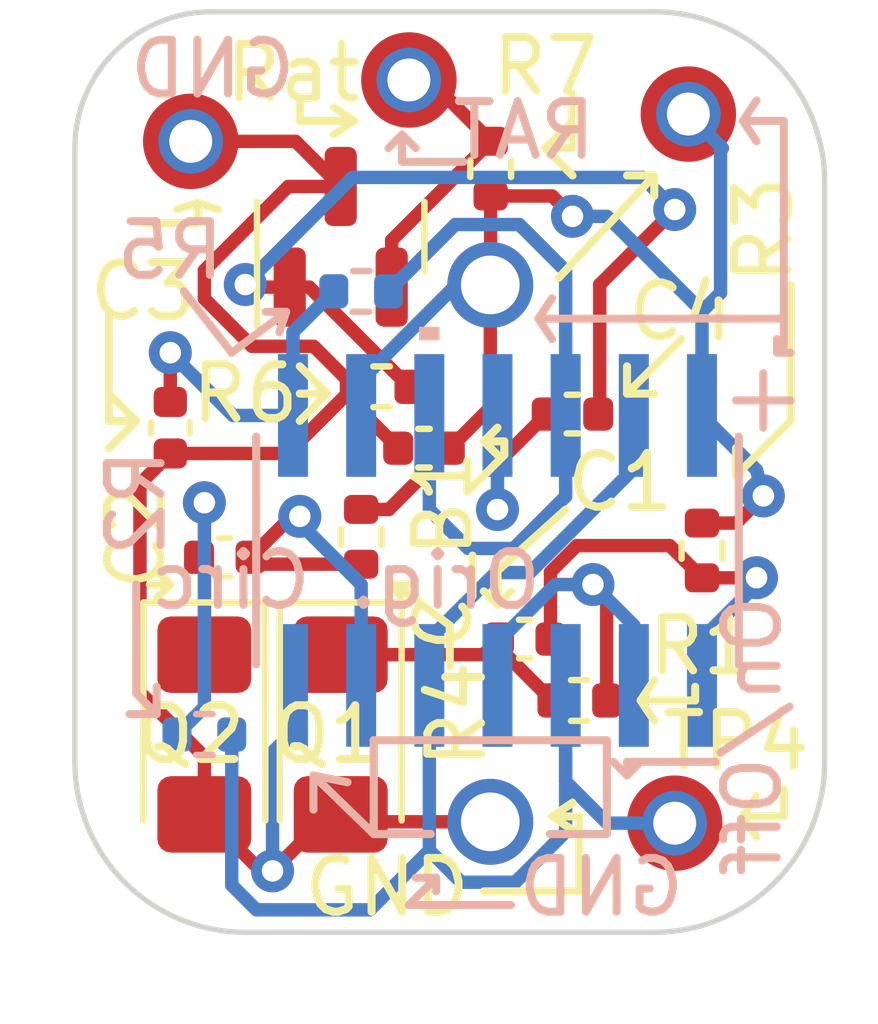
<source format=kicad_pcb>
(kicad_pcb (version 20221018) (generator pcbnew)
  (layers (0 "F.Cu" signal) (31 "B.Cu" signal) (34 "B.Paste" user) (35 "F.Paste" user) (36 "B.SilkS" user "B.Silkscreen") (37 "F.SilkS" user "F.Silkscreen") (38 "B.Mask" user) (39 "F.Mask" user) (44 "Edge.Cuts" user))
  (net 0 "")
  (net 1 "Net-(Q1-C)")
  (net 2 "Net-(C1-Pad2)")
  (net 3 "Net-(C2-Pad2)")
  (net 4 "0")
  (net 5 "Net-(C3-Pad2)")
  (net 6 "Net-(C4-Pad1)")
  (net 7 "Net-(Q3-B)")
  (net 8 "Net-(Q3-C)")
  (net 9 "Net-(R1-Pad1)")
  (net 10 "Net-(R2-Pad2)")
  (net 11 "+3.3V")
  (net 12 "Net-(R5-Pad2)")
  (net 13 "Net-(Q2-C)")
  (footprint "Library:My_Mounting_Hole_V1" (layer "F.Cu") (at 151.384 91.313)
    (fp_text reference "TP3" hide)
    (fp_text value "TestPoint")
    (pad "1" thru_hole circle (at 0 0) (size 1.2 1.2) (drill 0.8) (layers "*.Cu" "*.Mask") (net 4 "0"))
    (pad "1" connect circle (at 0 0) (size 1.2 1.2) (layers "B.Cu" "B.Mask") (net 4 "0"))
    (pad "1" connect circle (at 0 0) (size 1.778 1.778) (layers "F.Cu" "F.Mask") (net 4 "0"))
  )
  (footprint "Library:My_Mounting_Hole_V1" (layer "F.Cu") (at 160.401 104.013)
    (fp_text reference "TP4" (at 1.143 -1.524 180) (layer "F.SilkS"))
    (fp_text value "TestPoint")
    (pad "1" thru_hole circle (at 0 0) (size 1.2 1.2) (drill 0.8) (layers "*.Cu" "*.Mask") (net 10 "Net-(R2-Pad2)"))
    (pad "1" connect circle (at 0 0) (size 1.2 1.2) (layers "B.Cu" "B.Mask") (net 10 "Net-(R2-Pad2)"))
    (pad "1" connect circle (at 0 0) (size 1.778 1.778) (layers "F.Cu" "F.Mask") (net 10 "Net-(R2-Pad2)"))
  )
  (footprint "Package_TO_SOT_SMD:SOT-23" (layer "F.Cu") (at 154.178 93.091 90)
    (fp_text reference "Q3" hide)
    (fp_text value "Q_NPN_BCE")
    (fp_line (start 0 -1.56) (end -1.675 -1.56) (stroke (width 0.12)) (layer "F.SilkS"))
    (fp_line (start 0 -1.56) (end 0.65 -1.56) (stroke (width 0.12)) (layer "F.SilkS"))
    (fp_line (start 0 1.56) (end -0.65 1.56) (stroke (width 0.12)) (layer "F.SilkS"))
    (fp_line (start 0 1.56) (end 0.65 1.56) (stroke (width 0.12)) (layer "F.SilkS"))
    (pad "1" smd roundrect (at -0.9375 -0.95 90) (size 1.475 0.6) (layers "F.Cu" "F.Paste" "F.Mask") (net 7 "Net-(Q3-B)"))
    (pad "2" smd roundrect (at -0.9375 0.95 90) (size 1.475 0.6) (layers "F.Cu" "F.Paste" "F.Mask") (net 8 "Net-(Q3-C)"))
    (pad "3" smd roundrect (at 0.9375 0 90) (size 1.475 0.6) (layers "F.Cu" "F.Paste" "F.Mask") (net 4 "0"))
  )
  (footprint "Diode_SMD:D_1206_3216Metric_Pad1.42x1.75mm_HandSolder" (layer "F.Cu") (at 154.178 102.362 -90)
    (fp_text reference "Q1" (at 0 0.254 -180) (layer "F.SilkS"))
    (fp_text value "Q_Photo_NPN")
    (fp_line (start -2.46 -1.135) (end -2.46 1.135) (stroke (width 0.12)) (layer "F.SilkS"))
    (fp_line (start -2.46 1.135) (end 1.6 1.135) (stroke (width 0.12)) (layer "F.SilkS"))
    (fp_line (start 1.6 -1.135) (end -2.46 -1.135) (stroke (width 0.12)) (layer "F.SilkS"))
    (pad "1" smd roundrect (at -1.4875 0 270) (size 1.425 1.75) (layers "F.Cu" "F.Paste" "F.Mask") (roundrect_rratio 0.1754392982) (net 1 "Net-(Q1-C)"))
    (pad "2" smd roundrect (at 1.4875 0 270) (size 1.425 1.75) (layers "F.Cu" "F.Paste" "F.Mask") (roundrect_rratio 0.1754392982) (net 4 "0"))
  )
  (footprint "Library:My_Mounting_Hole_V1" (layer "F.Cu") (at 155.448 90.17)
    (fp_text reference "Rat" (at -2.159 -0.127) (layer "F.SilkS"))
    (fp_text value "TestPoint")
    (pad "1" thru_hole circle (at 0 0) (size 1.2 1.2) (drill 0.8) (layers "*.Cu" "*.Mask") (net 8 "Net-(Q3-C)"))
    (pad "1" connect circle (at 0 0) (size 1.2 1.2) (layers "B.Cu" "B.Mask") (net 8 "Net-(Q3-C)"))
    (pad "1" connect circle (at 0 0) (size 1.778 1.778) (layers "F.Cu" "F.Mask") (net 8 "Net-(Q3-C)"))
  )
  (footprint "Capacitor_SMD:C_0402_1005Metric" (layer "F.Cu") (at 151.003 96.647 90)
    (fp_text reference "C3" (at 2.54 -0.508 180) (layer "F.SilkS"))
    (fp_text value "1u")
    (fp_line (start -0.107836 -0.36) (end 0.107836 -0.36) (stroke (width 0.12)) (layer "F.SilkS"))
    (fp_line (start -0.107836 0.36) (end 0.107836 0.36) (stroke (width 0.12)) (layer "F.SilkS"))
    (pad "1" smd roundrect (at -0.48 0 90) (size 0.56 0.62) (layers "F.Cu" "F.Paste" "F.Mask") (net 4 "0"))
    (pad "2" smd roundrect (at 0.48 0 90) (size 0.56 0.62) (layers "F.Cu" "F.Paste" "F.Mask") (net 5 "Net-(C3-Pad2)"))
  )
  (footprint "Diode_SMD:D_1206_3216Metric_Pad1.42x1.75mm_HandSolder" (layer "F.Cu") (at 151.638 102.362 -90)
    (fp_text reference "Q2" (at 0 0.254 -180) (layer "F.SilkS"))
    (fp_text value "Q_Photo_NPN")
    (fp_line (start -2.46 -1.135) (end -2.46 1.135) (stroke (width 0.12)) (layer "F.SilkS"))
    (fp_line (start -2.46 1.135) (end 1.6 1.135) (stroke (width 0.12)) (layer "F.SilkS"))
    (fp_line (start 1.6 -1.135) (end -2.46 -1.135) (stroke (width 0.12)) (layer "F.SilkS"))
    (pad "1" smd roundrect (at -1.4875 0 270) (size 1.425 1.75) (layers "F.Cu" "F.Paste" "F.Mask") (roundrect_rratio 0.1754392982) (net 13 "Net-(Q2-C)"))
    (pad "2" smd roundrect (at 1.4875 0 270) (size 1.425 1.75) (layers "F.Cu" "F.Paste" "F.Mask") (roundrect_rratio 0.1754392982) (net 4 "0"))
  )
  (footprint "Capacitor_SMD:C_0402_1005Metric" (layer "F.Cu") (at 158.496 96.393)
    (fp_text reference "C4" (at 2.032 -1.905) (layer "F.SilkS"))
    (fp_text value "10n")
    (fp_line (start -0.107836 -0.36) (end 0.107836 -0.36) (stroke (width 0.12)) (layer "F.SilkS"))
    (fp_line (start -0.107836 0.36) (end 0.107836 0.36) (stroke (width 0.12)) (layer "F.SilkS"))
    (pad "1" smd roundrect (at -0.48 0) (size 0.56 0.62) (layers "F.Cu" "F.Paste" "F.Mask") (net 6 "Net-(C4-Pad1)"))
    (pad "2" smd roundrect (at 0.48 0) (size 0.56 0.62) (layers "F.Cu" "F.Paste" "F.Mask") (net 7 "Net-(Q3-B)"))
  )
  (footprint "Resistor_SMD:R_0402_1005Metric" (layer "F.Cu") (at 154.94 95.885 180)
    (fp_text reference "R6" (at 2.54 -0.127) (layer "F.SilkS"))
    (fp_text value "330k")
    (fp_line (start -0.153641 -0.38) (end 0.153641 -0.38) (stroke (width 0.12)) (layer "F.SilkS"))
    (fp_line (start -0.153641 0.38) (end 0.153641 0.38) (stroke (width 0.12)) (layer "F.SilkS"))
    (pad "1" smd roundrect (at -0.51 0 180) (size 0.54 0.64) (layers "F.Cu" "F.Paste" "F.Mask") (net 7 "Net-(Q3-B)"))
    (pad "2" smd roundrect (at 0.51 0 180) (size 0.54 0.64) (layers "F.Cu" "F.Paste" "F.Mask") (net 4 "0"))
  )
  (footprint "Library:My_Mounting_Hole_V1" (layer "F.Cu") (at 160.655 90.805)
    (fp_text reference "TP1" hide)
    (fp_text value "TestPoint")
    (pad "1" thru_hole circle (at 0 0) (size 1.2 1.2) (drill 0.8) (layers "*.Cu" "*.Mask") (net 11 "+3.3V"))
    (pad "1" connect circle (at 0 0) (size 1.2 1.2) (layers "B.Cu" "B.Mask") (net 11 "+3.3V"))
    (pad "1" connect circle (at 0 0) (size 1.778 1.778) (layers "F.Cu" "F.Mask") (net 11 "+3.3V"))
  )
  (footprint "Resistor_SMD:R_0402_1005Metric" (layer "F.Cu") (at 158.623 101.727 180)
    (fp_text reference "R1" (at -2.286 1.016) (layer "F.SilkS"))
    (fp_text value "82k")
    (fp_line (start -0.153641 -0.38) (end 0.153641 -0.38) (stroke (width 0.12)) (layer "F.SilkS"))
    (fp_line (start -0.153641 0.38) (end 0.153641 0.38) (stroke (width 0.12)) (layer "F.SilkS"))
    (pad "1" smd roundrect (at -0.51 0 180) (size 0.54 0.64) (layers "F.Cu" "F.Paste" "F.Mask") (net 9 "Net-(R1-Pad1)"))
    (pad "2" smd roundrect (at 0.51 0 180) (size 0.54 0.64) (layers "F.Cu" "F.Paste" "F.Mask") (net 1 "Net-(Q1-C)"))
  )
  (footprint "Resistor_SMD:R_0402_1005Metric" (layer "F.Cu") (at 154.559 98.679 -90)
    (fp_text reference "R4" (at 3.302 -1.778 90) (layer "F.SilkS"))
    (fp_text value "2.2M")
    (fp_line (start -0.153641 -0.38) (end 0.153641 -0.38) (stroke (width 0.12)) (layer "F.SilkS"))
    (fp_line (start -0.153641 0.38) (end 0.153641 0.38) (stroke (width 0.12)) (layer "F.SilkS"))
    (pad "1" smd roundrect (at -0.51 0 270) (size 0.54 0.64) (layers "F.Cu" "F.Paste" "F.Mask") (net 11 "+3.3V"))
    (pad "2" smd roundrect (at 0.51 0 270) (size 0.54 0.64) (layers "F.Cu" "F.Paste" "F.Mask") (net 3 "Net-(C2-Pad2)"))
  )
  (footprint "Capacitor_SMD:C_0402_1005Metric" (layer "F.Cu") (at 152.019 99.06)
    (fp_text reference "C2" (at -1.651 -0.381 90) (layer "F.SilkS"))
    (fp_text value "100p")
    (fp_line (start -0.107836 -0.36) (end 0.107836 -0.36) (stroke (width 0.12)) (layer "F.SilkS"))
    (fp_line (start -0.107836 0.36) (end 0.107836 0.36) (stroke (width 0.12)) (layer "F.SilkS"))
    (pad "1" smd roundrect (at -0.48 0) (size 0.56 0.62) (layers "F.Cu" "F.Paste" "F.Mask") (net 13 "Net-(Q2-C)"))
    (pad "2" smd roundrect (at 0.48 0) (size 0.56 0.62) (layers "F.Cu" "F.Paste" "F.Mask") (net 3 "Net-(C2-Pad2)"))
  )
  (footprint "Capacitor_SMD:C_0402_1005Metric" (layer "F.Cu") (at 155.73 97.028 180)
    (fp_text reference "C_B1" (at -0.353 -1.905 90) (layer "F.SilkS"))
    (fp_text value "0.1uF")
    (fp_line (start -0.107836 -0.36) (end 0.107836 -0.36) (stroke (width 0.12)) (layer "F.SilkS"))
    (fp_line (start -0.107836 0.36) (end 0.107836 0.36) (stroke (width 0.12)) (layer "F.SilkS"))
    (pad "1" smd roundrect (at -0.48 0 180) (size 0.56 0.62) (layers "F.Cu" "F.Paste" "F.Mask") (net 11 "+3.3V"))
    (pad "2" smd roundrect (at 0.48 0 180) (size 0.56 0.62) (layers "F.Cu" "F.Paste" "F.Mask") (net 4 "0"))
  )
  (footprint "Resistor_SMD:R_0402_1005Metric" (layer "F.Cu") (at 156.972 91.821 90)
    (fp_text reference "R7" (at 1.905 1.016 180) (layer "F.SilkS"))
    (fp_text value "33k")
    (fp_line (start -0.153641 -0.38) (end 0.153641 -0.38) (stroke (width 0.12)) (layer "F.SilkS"))
    (fp_line (start -0.153641 0.38) (end 0.153641 0.38) (stroke (width 0.12)) (layer "F.SilkS"))
    (pad "1" smd roundrect (at -0.51 0 90) (size 0.54 0.64) (layers "F.Cu" "F.Paste" "F.Mask") (net 11 "+3.3V"))
    (pad "2" smd roundrect (at 0.51 0 90) (size 0.54 0.64) (layers "F.Cu" "F.Paste" "F.Mask") (net 8 "Net-(Q3-C)"))
  )
  (footprint "Capacitor_SMD:C_0402_1005Metric" (layer "F.Cu") (at 157.607 100.584)
    (fp_text reference "C1" (at 1.778 -2.921) (layer "F.SilkS"))
    (fp_text value "100p")
    (fp_line (start -0.107836 -0.36) (end 0.107836 -0.36) (stroke (width 0.12)) (layer "F.SilkS"))
    (fp_line (start -0.107836 0.36) (end 0.107836 0.36) (stroke (width 0.12)) (layer "F.SilkS"))
    (pad "1" smd roundrect (at -0.48 0) (size 0.56 0.62) (layers "F.Cu" "F.Paste" "F.Mask") (net 1 "Net-(Q1-C)"))
    (pad "2" smd roundrect (at 0.48 0) (size 0.56 0.62) (layers "F.Cu" "F.Paste" "F.Mask") (net 2 "Net-(C1-Pad2)"))
  )
  (footprint "Resistor_SMD:R_0402_1005Metric" (layer "F.Cu") (at 160.909 98.933 90)
    (fp_text reference "R3" (at 5.969 1.143 90) (layer "F.SilkS"))
    (fp_text value "2.2M")
    (fp_line (start -0.153641 -0.38) (end 0.153641 -0.38) (stroke (width 0.12)) (layer "F.SilkS"))
    (fp_line (start -0.153641 0.38) (end 0.153641 0.38) (stroke (width 0.12)) (layer "F.SilkS"))
    (pad "1" smd roundrect (at -0.51 0 90) (size 0.54 0.64) (layers "F.Cu" "F.Paste" "F.Mask") (net 2 "Net-(C1-Pad2)"))
    (pad "2" smd roundrect (at 0.51 0 90) (size 0.54 0.64) (layers "F.Cu" "F.Paste" "F.Mask") (net 11 "+3.3V"))
  )
  (footprint "Library:FES_Batt_BR1225A&slash_HBN_PAN" (layer "B.Cu") (at 156.965 93.987595 180)
    (fp_text reference "BT1" hide)
    (fp_text value "Battery_Cell")
    (fp_line (start -2.1717 -10.227005) (end -1.109863 -10.227005) (stroke (width 0.1524)) (layer "B.SilkS"))
    (fp_line (start -2.1717 -8.479827) (end -2.1717 -10.227005) (stroke (width 0.1524)) (layer "B.SilkS"))
    (fp_line (start 1.109863 -10.227005) (end 2.1717 -10.227005) (stroke (width 0.1524)) (layer "B.SilkS"))
    (fp_line (start 2.1717 -10.227005) (end 2.1717 -8.479827) (stroke (width 0.1524)) (layer "B.SilkS"))
    (pad "1" thru_hole circle (at 0 0 180) (size 1.6002 1.6002) (drill 1.0922) (layers "*.Cu" "*.Mask") (net 11 "+3.3V"))
    (pad "2" thru_hole circle (at 0 -10 180) (size 1.6002 1.6002) (drill 1.0922) (layers "*.Cu" "*.Mask") (net 4 "0"))
  )
  (footprint "Library:CD4093" (layer "B.Cu") (at 157.099 98.933 90)
    (fp_text reference "U1" hide)
    (fp_text value "HEF4093B")
    (fp_line (start -2.1209 -4.4958) (end 2.1209 -4.4958) (stroke (width 0.1524)) (layer "B.SilkS"))
    (fp_line (start 2.1209 4.4958) (end -2.1209 4.4958) (stroke (width 0.1524)) (layer "B.SilkS"))
    (fp_poly (pts (xy 4.1656 -1.0795) (xy 4.1656 -1.4605) (xy 3.9116 -1.4605) (xy 3.9116 -1.0795)) (fill solid) (layer "B.SilkS"))
    (pad "1" smd rect (at -2.5146 3.81 90) (size 2.286 0.5588) (layers "B.Cu" "B.Paste" "B.Mask") (net 2 "Net-(C1-Pad2)"))
    (pad "2" smd rect (at -2.5146 2.54 90) (size 2.286 0.5588) (layers "B.Cu" "B.Paste" "B.Mask") (net 9 "Net-(R1-Pad1)"))
    (pad "3" smd rect (at -2.5146 1.27 90) (size 2.286 0.5588) (layers "B.Cu" "B.Paste" "B.Mask") (net 10 "Net-(R2-Pad2)"))
    (pad "4" smd rect (at -2.5146 0 90) (size 2.286 0.5588) (layers "B.Cu" "B.Paste" "B.Mask") (net 9 "Net-(R1-Pad1)"))
    (pad "5" smd rect (at -2.5146 -1.27 90) (size 2.286 0.5588) (layers "B.Cu" "B.Paste" "B.Mask") (net 10 "Net-(R2-Pad2)"))
    (pad "6" smd rect (at -2.5146 -2.54 90) (size 2.286 0.5588) (layers "B.Cu" "B.Paste" "B.Mask") (net 3 "Net-(C2-Pad2)"))
    (pad "7" smd rect (at -2.5146 -3.81 90) (size 2.286 0.5588) (layers "B.Cu" "B.Paste" "B.Mask") (net 4 "0"))
    (pad "8" smd rect (at 2.5146 -3.81 90) (size 2.286 0.5588) (layers "B.Cu" "B.Paste" "B.Mask") (net 5 "Net-(C3-Pad2)"))
    (pad "9" smd rect (at 2.5146 -2.54 90) (size 2.286 0.5588) (layers "B.Cu" "B.Paste" "B.Mask") (net 11 "+3.3V"))
    (pad "10" smd rect (at 2.5146 -1.27 90) (size 2.286 0.5588) (layers "B.Cu" "B.Paste" "B.Mask") (net 12 "Net-(R5-Pad2)"))
    (pad "11" smd rect (at 2.5146 0 90) (size 2.286 0.5588) (layers "B.Cu" "B.Paste" "B.Mask") (net 6 "Net-(C4-Pad1)"))
    (pad "12" smd rect (at 2.5146 1.27 90) (size 2.286 0.5588) (layers "B.Cu" "B.Paste" "B.Mask") (net 12 "Net-(R5-Pad2)"))
    (pad "13" smd rect (at 2.5146 2.54 90) (size 2.286 0.5588) (layers "B.Cu" "B.Paste" "B.Mask") (net 10 "Net-(R2-Pad2)"))
    (pad "14" smd rect (at 2.5146 3.81 90) (size 2.286 0.5588) (layers "B.Cu" "B.Paste" "B.Mask") (net 11 "+3.3V"))
  )
  (footprint "Resistor_SMD:R_0402_1005Metric" (layer "B.Cu") (at 154.559 94.107)
    (fp_text reference "R5" (at -3.556 -0.762 -360) (layer "B.SilkS") (effects (justify mirror)))
    (fp_text value "180k")
    (fp_line (start -0.153641 -0.38) (end 0.153641 -0.38) (stroke (width 0.12)) (layer "B.SilkS"))
    (fp_line (start -0.153641 0.38) (end 0.153641 0.38) (stroke (width 0.12)) (layer "B.SilkS"))
    (pad "1" smd roundrect (at -0.51 0) (size 0.54 0.64) (layers "B.Cu" "B.Paste" "B.Mask") (net 5 "Net-(C3-Pad2)"))
    (pad "2" smd roundrect (at 0.51 0) (size 0.54 0.64) (layers "B.Cu" "B.Paste" "B.Mask") (net 12 "Net-(R5-Pad2)"))
  )
  (footprint "Resistor_SMD:R_0402_1005Metric" (layer "B.Cu") (at 151.638 102.362)
    (fp_text reference "R2" (at -1.27 -4.318 90) (layer "B.SilkS") (effects (justify mirror)))
    (fp_text value "82k")
    (fp_line (start -0.153641 -0.38) (end 0.153641 -0.38) (stroke (width 0.12)) (layer "B.SilkS"))
    (fp_line (start -0.153641 0.38) (end 0.153641 0.38) (stroke (width 0.12)) (layer "B.SilkS"))
    (pad "1" smd roundrect (at -0.51 0) (size 0.54 0.64) (layers "B.Cu" "B.Paste" "B.Mask") (net 13 "Net-(Q2-C)"))
    (pad "2" smd roundrect (at 0.51 0) (size 0.54 0.64) (layers "B.Cu" "B.Paste" "B.Mask") (net 10 "Net-(R2-Pad2)"))
  )
  (gr_line (start 154.7933 104.2146) (end 153.67 103.124) (stroke (width 0.15)) (layer "B.SilkS"))
  (gr_line (start 155.321 91.44) (end 155.321 91.694) (stroke (width 0.15)) (layer "B.SilkS"))
  (gr_line (start 155.321 91.186) (end 155.575 91.44) (stroke (width 0.15)) (layer "B.SilkS"))
  (gr_line (start 157.861 94.615) (end 161.544 94.615) (stroke (width 0.15)) (layer "B.SilkS"))
  (gr_line (start 161.544 96.139) (end 162.56 96.139) (stroke (width 0.15)) (layer "B.SilkS"))
  (gr_line (start 153.162 94.488) (end 153.035 94.869) (stroke (width 0.15)) (layer "B.SilkS"))
  (gr_line (start 162.433 94.615) (end 162.433 95.123) (stroke (width 0.15)) (layer "B.SilkS"))
  (gr_line (start 157.861 94.615) (end 158.115 94.996) (stroke (width 0.15)) (layer "B.SilkS"))
  (gr_line (start 150.749 101.981) (end 150.749 101.473) (stroke (width 0.15)) (layer "B.SilkS"))
  (gr_line (start 162.433 95.123) (end 162.306 95.25) (stroke (width 0.15)) (layer "B.SilkS"))
  (gr_line (start 159.512 102.997) (end 159.512 103.124) (stroke (width 0.15)) (layer "B.SilkS"))
  (gr_line (start 162.433 90.932) (end 161.671 90.932) (stroke (width 0.15)) (layer "B.SilkS"))
  (gr_line (start 150.368 101.6) (end 150.749 101.981) (stroke (width 0.15)) (layer "B.SilkS"))
  (gr_line (start 151.257 94.107) (end 152.146 95.25) (stroke (width 0.15)) (layer "B.SilkS"))
  (gr_line (start 155.321 91.44) (end 155.321 91.186) (stroke (width 0.15)) (layer "B.SilkS"))
  (gr_line (start 157.861 94.615) (end 158.115 94.234) (stroke (width 0.15)) (layer "B.SilkS"))
  (gr_line (start 155.448 105.537) (end 155.956 105.029) (stroke (width 0.15)) (layer "B.SilkS"))
  (gr_line (start 155.956 105.029) (end 155.575 105.029) (stroke (width 0.15)) (layer "B.SilkS"))
  (gr_line (start 153.67 103.124) (end 154.305 103.251) (stroke (width 0.15)) (layer "B.SilkS"))
  (gr_line (start 162.306 95.25) (end 162.306 94.996) (stroke (width 0.15)) (layer "B.SilkS"))
  (gr_line (start 162.433 94.615) (end 162.433 90.932) (stroke (width 0.15)) (layer "B.SilkS"))
  (gr_line (start 161.544 94.615) (end 162.433 94.615) (stroke (width 0.15)) (layer "B.SilkS"))
  (gr_line (start 155.321 91.694) (end 156.464 91.694) (stroke (width 0.15)) (layer "B.SilkS"))
  (gr_line (start 161.671 90.932) (end 161.925 91.313) (stroke (width 0.15)) (layer "B.SilkS"))
  (gr_line (start 157.353 105.537) (end 155.448 105.537) (stroke (width 0.15)) (layer "B.SilkS"))
  (gr_line (start 162.052 95.631) (end 162.052 96.647) (stroke (width 0.15)) (layer "B.SilkS"))
  (gr_line (start 152.146 95.25) (end 153.162 94.488) (stroke (width 0.15)) (layer "B.SilkS"))
  (gr_line (start 159.512 103.124) (end 159.766 102.87) (stroke (width 0.15)) (layer "B.SilkS"))
  (gr_line (start 150.368 100.711) (end 150.368 101.6) (stroke (width 0.15)) (layer "B.SilkS"))
  (gr_line (start 162.306 95.25) (end 162.56 95.25) (stroke (width 0.15)) (layer "B.SilkS"))
  (gr_line (start 159.512 102.87) (end 161.163 102.87) (stroke (width 0.15)) (layer "B.SilkS"))
  (gr_line (start 159.512 103.124) (end 159.258 102.87) (stroke (width 0.15)) (layer "B.SilkS"))
  (gr_line (start 153.67 103.124) (end 153.67 103.759) (stroke (width 0.15)) (layer "B.SilkS"))
  (gr_line (start 154.7933 102.467422) (end 159.1367 102.467422) (stroke (width 0.15)) (layer "B.SilkS"))
  (gr_line (start 150.749 101.981) (end 150.241 101.981) (stroke (width 0.15)) (layer "B.SilkS"))
  (gr_line (start 161.671 90.932) (end 161.925 90.551) (stroke (width 0.15)) (layer "B.SilkS"))
  (gr_line (start 155.956 105.029) (end 155.956 105.283) (stroke (width 0.15)) (layer "B.SilkS"))
  (gr_line (start 155.321 91.186) (end 155.067 91.44) (stroke (width 0.15)) (layer "B.SilkS"))
  (gr_line (start 153.162 94.488) (end 152.781 94.488) (stroke (width 0.15)) (layer "B.SilkS"))
  (gr_line (start 150.368 100.711) (end 150.368 99.568) (stroke (width 0.15)) (layer "B.SilkS"))
  (gr_line (start 159.512 102.997) (end 159.512 102.87) (stroke (width 0.15)) (layer "B.SilkS"))
  (gr_line (start 156.21 101.092) (end 156.21 100.33) (stroke (width 0.15)) (layer "F.SilkS"))
  (gr_line (start 156.21 100.33) (end 155.194 99.568) (stroke (width 0.15)) (layer "F.SilkS"))
  (gr_line (start 150.622 99.568) (end 151.003 99.568) (stroke (width 0.15)) (layer "F.SilkS"))
  (gr_line (start 153.416 90.551) (end 153.416 90.932) (stroke (width 0.15)) (layer "F.SilkS"))
  (gr_line (start 157.099 99.949) (end 156.845 99.695) (stroke (width 0.15)) (layer "F.SilkS"))
  (gr_line (start 158.242 93.853) (end 160.02 91.948) (stroke (width 0.15)) (layer "F.SilkS"))
  (gr_line (start 159.512 96.012) (end 159.512 95.504) (stroke (width 0.15)) (layer "F.SilkS"))
  (gr_line (start 160.782 101.473) (end 160.782 101.727) (stroke (width 0.15)) (layer "F.SilkS"))
  (gr_line (start 151.511 92.837) (end 151.511 92.456) (stroke (width 0.15)) (layer "F.SilkS"))
  (gr_line (start 157.226 97.155) (end 157.226 96.901) (stroke (width 0.15)) (layer "F.SilkS"))
  (gr_line (start 162.56 93.98) (end 162.56 96.52) (stroke (width 0.15)) (layer "F.SilkS"))
  (gr_line (start 158.496 90.424) (end 158.496 91.44) (stroke (width 0.15)) (layer "F.SilkS"))
  (gr_line (start 151.003 99.568) (end 150.749 99.822) (stroke (width 0.15)) (layer "F.SilkS"))
  (gr_line (start 158.115 103.886) (end 158.496 104.14) (stroke (width 0.15)) (layer "F.SilkS"))
  (gr_line (start 156.845 96.901) (end 157.099 96.647) (stroke (width 0.15)) (layer "F.SilkS"))
  (gr_line (start 157.988 91.44) (end 158.496 90.932) (stroke (width 0.15)) (layer "F.SilkS"))
  (gr_line (start 153.924 96.012) (end 153.416 96.52) (stroke (width 0.15)) (layer "F.SilkS"))
  (gr_line (start 161.671 103.886) (end 161.925 104.267) (stroke (width 0.15)) (layer "F.SilkS"))
  (gr_line (start 150.495 92.837) (end 151.511 92.837) (stroke (width 0.15)) (layer "F.SilkS"))
  (gr_line (start 151.003 99.568) (end 150.749 99.314) (stroke (width 0.15)) (layer "F.SilkS"))
  (gr_line (start 158.623 105.283) (end 158.623 103.886) (stroke (width 0.15)) (layer "F.SilkS"))
  (gr_line (start 158.115 103.886) (end 158.496 103.632) (stroke (width 0.15)) (layer "F.SilkS"))
  (gr_line (start 155.194 99.568) (end 155.313 99.902) (stroke (width 0.15)) (layer "F.SilkS"))
  (gr_line (start 150.368 96.52) (end 149.86 96.012) (stroke (width 0.15)) (layer "F.SilkS"))
  (gr_line (start 162.433 103.886) (end 161.671 103.886) (stroke (width 0.15)) (layer "F.SilkS"))
  (gr_line (start 162.56 96.52) (end 161.544 97.536) (stroke (width 0.15)) (layer "F.SilkS"))
  (gr_line (start 159.766 101.727) (end 160.02 102.108) (stroke (width 0.15)) (layer "F.SilkS"))
  (gr_line (start 159.512 96.012) (end 160.02 96.012) (stroke (width 0.15)) (layer "F.SilkS"))
  (gr_line (start 158.496 91.44) (end 157.988 91.44) (stroke (width 0.15)) (layer "F.SilkS"))
  (gr_line (start 153.924 96.012) (end 153.416 95.504) (stroke (width 0.15)) (layer "F.SilkS"))
  (gr_line (start 160.02 91.948) (end 160.02 92.329) (stroke (width 0.15)) (layer "F.SilkS"))
  (gr_line (start 161.671 103.886) (end 161.925 103.505) (stroke (width 0.15)) (layer "F.SilkS"))
  (gr_line (start 158.623 103.886) (end 158.115 103.886) (stroke (width 0.15)) (layer "F.SilkS"))
  (gr_line (start 155.194 99.568) (end 155.448 99.568) (stroke (width 0.15)) (layer "F.SilkS"))
  (gr_line (start 160.782 101.727) (end 159.766 101.727) (stroke (width 0.15)) (layer "F.SilkS"))
  (gr_line (start 156.845 105.283) (end 158.623 105.283) (stroke (width 0.15)) (layer "F.SilkS"))
  (gr_line (start 160.02 91.948) (end 159.512 91.948) (stroke (width 0.15)) (layer "F.SilkS"))
  (gr_line (start 151.511 92.456) (end 151.892 92.583) (stroke (width 0.15)) (layer "F.SilkS"))
  (gr_line (start 159.766 101.727) (end 160.02 101.346) (stroke (width 0.15)) (layer "F.SilkS"))
  (gr_line (start 156.845 96.901) (end 157.099 97.155) (stroke (width 0.15)) (layer "F.SilkS"))
  (gr_line (start 162.433 103.378) (end 162.433 103.886) (stroke (width 0.15)) (layer "F.SilkS"))
  (gr_line (start 153.416 96.012) (end 153.924 96.012) (stroke (width 0.15)) (layer "F.SilkS"))
  (gr_line (start 157.099 99.314) (end 157.099 99.949) (stroke (width 0.15)) (layer "F.SilkS"))
  (gr_line (start 157.226 96.901) (end 156.845 96.901) (stroke (width 0.15)) (layer "F.SilkS"))
  (gr_line (start 156.591 97.79) (end 157.226 97.155) (stroke (width 0.15)) (layer "F.SilkS"))
  (gr_line (start 154.432 90.932) (end 154.051 90.678) (stroke (width 0.15)) (layer "F.SilkS"))
  (gr_line (start 150.368 96.52) (end 149.86 97.028) (stroke (width 0.15)) (layer "F.SilkS"))
  (gr_line (start 161.544 97.536) (end 161.544 97.028) (stroke (width 0.15)) (layer "F.SilkS"))
  (gr_line (start 149.86 96.52) (end 150.368 96.52) (stroke (width 0.15)) (layer "F.SilkS"))
  (gr_line (start 149.86 94.488) (end 149.86 96.52) (stroke (width 0.15)) (layer "F.SilkS"))
  (gr_line (start 153.416 90.932) (end 154.432 90.932) (stroke (width 0.15)) (layer "F.SilkS"))
  (gr_line (start 158.369 98.171) (end 157.099 99.314) (stroke (width 0.15)) (layer "F.SilkS"))
  (gr_line (start 154.432 90.932) (end 154.051 91.186) (stroke (width 0.15)) (layer "F.SilkS"))
  (gr_line (start 157.099 99.949) (end 157.353 99.695) (stroke (width 0.15)) (layer "F.SilkS"))
  (gr_line (start 160.528 94.996) (end 159.512 96.012) (stroke (width 0.15)) (layer "F.SilkS"))
  (gr_line (start 157.988 91.44) (end 158.496 91.948) (stroke (width 0.15)) (layer "F.SilkS"))
  (gr_line (start 151.511 92.456) (end 151.13 92.583) (stroke (width 0.15)) (layer "F.SilkS"))
  (gr_line (start 163.195 92.075) (end 163.195 102.87) (stroke (width 0.1)) (layer "Edge.Cuts"))
  (gr_line (start 152.4 106.045) (end 160.02 106.045) (stroke (width 0.1)) (layer "Edge.Cuts"))
  (gr_arc (start 160.02 88.9) (mid 162.265064 89.829936) (end 163.195 92.075) (stroke (width 0.1)) (layer "Edge.Cuts"))
  (gr_arc (start 152.4 106.045) (mid 150.154936 105.115064) (end 149.225 102.87) (stroke (width 0.1)) (layer "Edge.Cuts"))
  (gr_line (start 160.02 88.9) (end 151.765 88.9) (stroke (width 0.1)) (layer "Edge.Cuts"))
  (gr_line (start 149.225 91.44) (end 149.225 102.87) (stroke (width 0.1)) (layer "Edge.Cuts"))
  (gr_arc (start 149.225 91.44) (mid 149.968949 89.643949) (end 151.765 88.9) (stroke (width 0.1)) (layer "Edge.Cuts"))
  (gr_arc (start 163.195 102.87) (mid 162.265064 105.115064) (end 160.02 106.045) (stroke (width 0.1)) (layer "Edge.Cuts"))
  (gr_text "Orig. Circ" (at 157.988 100.076) (layer "B.SilkS") (effects (font (size 1 1)) (justify left bottom mirror)))
  (gr_text "GND" (at 160.655 105.791) (layer "B.SilkS") (effects (font (size 1 1)) (justify left bottom mirror)))
  (gr_text "RAT" (at 159.004 91.694) (layer "B.SilkS") (effects (font (size 1 1)) (justify left bottom mirror)))
  (gr_text "On/Off" (at 162.433 99.695 90) (layer "B.SilkS") (effects (font (size 1 1)) (justify left bottom mirror)))
  (gr_text "GND" (at 153.416 90.551) (layer "B.SilkS") (effects (font (size 1 1)) (justify left bottom mirror)))
  (gr_text "GND" (at 153.416 105.791) (layer "F.SilkS") (effects (font (size 1 1)) (justify left bottom)))
  (segment (start 154.178 100.8745) (end 156.8365 100.8745) (width 0.25) (layer "F.Cu") (net 1))
  (segment (start 156.8365 100.8745) (end 157.127 100.584) (width 0.25) (layer "F.Cu") (net 1))
  (segment (start 158.113 101.727) (end 157.127 100.741) (width 0.25) (layer "F.Cu") (net 1))
  (segment (start 157.127 100.741) (end 157.127 100.584) (width 0.25) (layer "F.Cu") (net 1))
  (segment (start 158.576695 98.843) (end 160.309 98.843) (width 0.25) (layer "F.Cu") (net 2))
  (segment (start 160.909 99.443) (end 161.923 99.443) (width 0.25) (layer "F.Cu") (net 2))
  (segment (start 158.087 99.332695) (end 158.576695 98.843) (width 0.25) (layer "F.Cu") (net 2))
  (segment (start 160.309 98.843) (end 160.909 99.443) (width 0.25) (layer "F.Cu") (net 2))
  (segment (start 158.087 100.584) (end 158.087 99.332695) (width 0.25) (layer "F.Cu") (net 2))
  (segment (start 161.923 99.443) (end 161.925 99.441) (width 0.25) (layer "F.Cu") (net 2))
  (via (at 161.925 99.441) (size 0.8) (drill 0.4) (layers "F.Cu" "B.Cu") (net 2))
  (segment (start 161.925 99.568) (end 161.925 99.441) (width 0.25) (layer "B.Cu") (net 2))
  (segment (start 160.909 100.584) (end 161.925 99.568) (width 0.25) (layer "B.Cu") (net 2))
  (segment (start 161.925 99.441) (end 162.052 99.441) (width 0.25) (layer "B.Cu") (net 2))
  (segment (start 162.052 99.441) (end 162.052 99.441) (width 0.25) (layer "B.Cu") (net 2))
  (segment (start 160.909 101.4476) (end 160.909 100.584) (width 0.25) (layer "B.Cu") (net 2))
  (segment (start 153.416 98.298) (end 153.261 98.298) (width 0.25) (layer "F.Cu") (net 3))
  (segment (start 152.628 99.189) (end 152.499 99.06) (width 0.25) (layer "F.Cu") (net 3))
  (segment (start 153.261 98.298) (end 152.499 99.06) (width 0.25) (layer "F.Cu") (net 3))
  (segment (start 154.559 99.189) (end 152.628 99.189) (width 0.25) (layer "F.Cu") (net 3))
  (via (at 153.416 98.298) (size 0.8) (drill 0.4) (layers "F.Cu" "B.Cu") (net 3))
  (segment (start 153.289 98.298) (end 153.289 98.298) (width 0.25) (layer "B.Cu") (net 3))
  (segment (start 154.559 99.568) (end 153.416 98.425) (width 0.25) (layer "B.Cu") (net 3))
  (segment (start 154.559 101.4476) (end 154.559 99.568) (width 0.25) (layer "B.Cu") (net 3))
  (segment (start 153.416 98.425) (end 153.416 98.298) (width 0.25) (layer "B.Cu") (net 3))
  (segment (start 153.416 98.298) (end 153.289 98.298) (width 0.25) (layer "B.Cu") (net 3))
  (segment (start 151.638 94.243305) (end 151.638 93.716695) (width 0.25) (layer "F.Cu") (net 4))
  (segment (start 151.384 91.313) (end 153.3375 91.313) (width 0.25) (layer "F.Cu") (net 4))
  (segment (start 152.6905 104.902) (end 151.638 103.8495) (width 0.25) (layer "F.Cu") (net 4))
  (segment (start 153.201195 92.1535) (end 154.178 92.1535) (width 0.25) (layer "F.Cu") (net 4))
  (segment (start 150.438 97.692) (end 150.438 101.575172) (width 0.25) (layer "F.Cu") (net 4))
  (segment (start 153.675305 95.130305) (end 154.43 95.885) (width 0.25) (layer "F.Cu") (net 4))
  (segment (start 152.525 95.130305) (end 153.675305 95.130305) (width 0.25) (layer "F.Cu") (net 4))
  (segment (start 151.638 102.775172) (end 151.638 103.8495) (width 0.25) (layer "F.Cu") (net 4))
  (segment (start 151.003 97.127) (end 150.438 97.692) (width 0.25) (layer "F.Cu") (net 4))
  (segment (start 154.178 103.8495) (end 153.9605 103.8495) (width 0.25) (layer "F.Cu") (net 4))
  (segment (start 153.3375 91.313) (end 154.178 92.1535) (width 0.25) (layer "F.Cu") (net 4))
  (segment (start 152.525 95.130305) (end 151.638 94.243305) (width 0.25) (layer "F.Cu") (net 4))
  (segment (start 154.316095 103.987595) (end 156.965 103.987595) (width 0.25) (layer "F.Cu") (net 4))
  (segment (start 154.43 95.885) (end 153.188 97.127) (width 0.25) (layer "F.Cu") (net 4))
  (segment (start 150.438 101.575172) (end 151.638 102.775172) (width 0.25) (layer "F.Cu") (net 4))
  (segment (start 154.43 95.885) (end 154.43 96.208) (width 0.25) (layer "F.Cu") (net 4))
  (segment (start 151.638 93.716695) (end 153.201195 92.1535) (width 0.25) (layer "F.Cu") (net 4))
  (segment (start 154.178 103.8495) (end 154.316095 103.987595) (width 0.25) (layer "F.Cu") (net 4))
  (segment (start 153.188 97.127) (end 151.003 97.127) (width 0.25) (layer "F.Cu") (net 4))
  (segment (start 152.908 104.902) (end 152.6905 104.902) (width 0.25) (layer "F.Cu") (net 4))
  (segment (start 154.43 96.208) (end 155.25 97.028) (width 0.25) (layer "F.Cu") (net 4))
  (segment (start 153.9605 103.8495) (end 152.908 104.902) (width 0.25) (layer "F.Cu") (net 4))
  (via (at 152.908 104.902) (size 0.8) (drill 0.4) (layers "F.Cu" "B.Cu") (net 4))
  (segment (start 153.289 101.4476) (end 153.289 102.3112) (width 0.25) (layer "B.Cu") (net 4))
  (segment (start 153.289 102.3112) (end 152.908 102.6922) (width 0.25) (layer "B.Cu") (net 4))
  (segment (start 152.908 102.6922) (end 152.908 104.902) (width 0.25) (layer "B.Cu") (net 4))
  (segment (start 152.908 104.902) (end 152.908 105.029) (width 0.25) (layer "B.Cu") (net 4))
  (segment (start 151.003 96.167) (end 151.003 95.25) (width 0.25) (layer "F.Cu") (net 5))
  (via (at 151.003 95.25) (size 0.8) (drill 0.4) (layers "F.Cu" "B.Cu") (net 5))
  (segment (start 153.289 94.867) (end 153.289 96.4184) (width 0.25) (layer "B.Cu") (net 5))
  (segment (start 152.1714 96.4184) (end 153.289 96.4184) (width 0.25) (layer "B.Cu") (net 5))
  (segment (start 154.049 94.107) (end 153.289 94.867) (width 0.25) (layer "B.Cu") (net 5))
  (segment (start 151.003 95.25) (end 152.1714 96.4184) (width 0.25) (layer "B.Cu") (net 5))
  (segment (start 157.099 98.171) (end 157.099 98.298) (width 0.25) (layer "F.Cu") (net 6))
  (segment (start 157.099 98.171) (end 157.099 97.31) (width 0.25) (layer "F.Cu") (net 6))
  (segment (start 157.099 97.31) (end 158.016 96.393) (width 0.25) (layer "F.Cu") (net 6))
  (via (at 157.099 98.171) (size 0.8) (drill 0.4) (layers "F.Cu" "B.Cu") (net 6))
  (segment (start 157.099 98.171) (end 157.099 96.4184) (width 0.25) (layer "B.Cu") (net 6))
  (segment (start 158.976 96.393) (end 158.976 96.385391) (width 0.25) (layer "F.Cu") (net 7))
  (segment (start 155.45 95.885) (end 153.5935 94.0285) (width 0.25) (layer "F.Cu") (net 7))
  (segment (start 160.401 92.583) (end 159.004 93.98) (width 0.25) (layer "F.Cu") (net 7))
  (segment (start 153.228 94.0285) (end 152.527 94.0285) (width 0.25) (layer "F.Cu") (net 7))
  (segment (start 159.004 96.357391) (end 159.004 93.98) (width 0.25) (layer "F.Cu") (net 7))
  (segment (start 152.527 94.0285) (end 152.4 93.98) (width 0.25) (layer "F.Cu") (net 7))
  (segment (start 152.43 94.0285) (end 152.4785 94.0285) (width 0.25) (layer "F.Cu") (net 7))
  (segment (start 153.5935 94.0285) (end 153.228 94.0285) (width 0.25) (layer "F.Cu") (net 7))
  (segment (start 158.976 96.385391) (end 159.004 96.357391) (width 0.25) (layer "F.Cu") (net 7))
  (segment (start 152.4 93.98) (end 152.43 94.0285) (width 0.25) (layer "F.Cu") (net 7))
  (via (at 152.4 93.98) (size 0.8) (drill 0.4) (layers "F.Cu" "B.Cu") (net 7))
  (via (at 160.401 92.583) (size 0.8) (drill 0.4) (layers "F.Cu" "B.Cu") (net 7))
  (segment (start 152.4 93.98) (end 154.395 91.985) (width 0.25) (layer "B.Cu") (net 7))
  (segment (start 159.422 91.985) (end 159.803 91.985) (width 0.25) (layer "B.Cu") (net 7))
  (segment (start 154.395 91.985) (end 159.422 91.985) (width 0.25) (layer "B.Cu") (net 7))
  (segment (start 159.803 91.985) (end 160.401 92.583) (width 0.25) (layer "B.Cu") (net 7))
  (segment (start 155.831 90.17) (end 156.972 91.311) (width 0.25) (layer "F.Cu") (net 8))
  (segment (start 155.448 90.17) (end 155.831 90.17) (width 0.25) (layer "F.Cu") (net 8))
  (segment (start 156.972 91.311) (end 155.128 93.155) (width 0.25) (layer "F.Cu") (net 8))
  (segment (start 155.128 93.155) (end 155.128 94.0285) (width 0.25) (layer "F.Cu") (net 8))
  (segment (start 159.133 99.824) (end 158.877 99.568) (width 0.25) (layer "F.Cu") (net 9))
  (segment (start 159.133 101.727) (end 159.133 99.824) (width 0.25) (layer "F.Cu") (net 9))
  (via (at 158.877 99.568) (size 0.8) (drill 0.4) (layers "F.Cu" "B.Cu") (net 9))
  (segment (start 159.639 101.4476) (end 159.639 100.33) (width 0.25) (layer "B.Cu") (net 9))
  (segment (start 157.099 100.6452) (end 158.1762 99.568) (width 0.25) (layer "B.Cu") (net 9))
  (segment (start 157.099 101.4476) (end 157.099 100.6452) (width 0.25) (layer "B.Cu") (net 9))
  (segment (start 159.639 100.33) (end 158.877 99.568) (width 0.25) (layer "B.Cu") (net 9))
  (segment (start 158.1762 99.568) (end 158.877 99.568) (width 0.25) (layer "B.Cu") (net 9))
  (segment (start 155.829 101.4476) (end 155.829 100.584) (width 0.25) (layer "B.Cu") (net 10))
  (segment (start 158.369 104.174727) (end 157.431032 105.112695) (width 0.25) (layer "B.Cu") (net 10))
  (segment (start 152.607695 105.627) (end 154.723 105.627) (width 0.25) (layer "B.Cu") (net 10))
  (segment (start 154.723 105.627) (end 155.829 104.521) (width 0.25) (layer "B.Cu") (net 10))
  (segment (start 152.148 102.362) (end 152.148 105.167305) (width 0.25) (layer "B.Cu") (net 10))
  (segment (start 159.639 97.409) (end 159.639 96.4184) (width 0.25) (layer "B.Cu") (net 10))
  (segment (start 158.369 101.4476) (end 158.369 104.174727) (width 0.25) (layer "B.Cu") (net 10))
  (segment (start 157.702 99.346) (end 159.639 97.409) (width 0.25) (layer "B.Cu") (net 10))
  (segment (start 157.431032 105.112695) (end 156.420695 105.112695) (width 0.25) (layer "B.Cu") (net 10))
  (segment (start 155.829 104.521) (end 155.829 101.4476) (width 0.25) (layer "B.Cu") (net 10))
  (segment (start 159.143765 104.013) (end 158.369 103.238235) (width 0.25) (layer "B.Cu") (net 10))
  (segment (start 155.829 100.584) (end 157.067 99.346) (width 0.25) (layer "B.Cu") (net 10))
  (segment (start 158.369 103.238235) (end 158.369 101.4476) (width 0.25) (layer "B.Cu") (net 10))
  (segment (start 160.401 104.013) (end 159.143765 104.013) (width 0.25) (layer "B.Cu") (net 10))
  (segment (start 152.148 105.167305) (end 152.607695 105.627) (width 0.25) (layer "B.Cu") (net 10))
  (segment (start 156.420695 105.112695) (end 155.829 104.521) (width 0.25) (layer "B.Cu") (net 10))
  (segment (start 157.067 99.346) (end 157.702 99.346) (width 0.25) (layer "B.Cu") (net 10))
  (segment (start 160.909 98.423) (end 161.546 98.423) (width 0.25) (layer "F.Cu") (net 11))
  (segment (start 156.972 93.980595) (end 156.965 93.987595) (width 0.25) (layer "F.Cu") (net 11))
  (segment (start 156.21 97.035609) (end 156.21 97.028) (width 0.25) (layer "F.Cu") (net 11))
  (segment (start 156.965 96.273) (end 156.21 97.028) (width 0.25) (layer "F.Cu") (net 11))
  (segment (start 161.546 98.423) (end 162.052 97.917) (width 0.25) (layer "F.Cu") (net 11))
  (segment (start 158.117 92.331) (end 158.496 92.71) (width 0.25) (layer "F.Cu") (net 11))
  (segment (start 156.972 92.331) (end 156.972 93.980595) (width 0.25) (layer "F.Cu") (net 11))
  (segment (start 156.965 93.987595) (end 156.965 96.273) (width 0.25) (layer "F.Cu") (net 11))
  (segment (start 154.559 98.169) (end 155.076609 98.169) (width 0.25) (layer "F.Cu") (net 11))
  (segment (start 154.559 98.169) (end 154.559 98.072) (width 0.25) (layer "F.Cu") (net 11))
  (segment (start 155.076609 98.169) (end 156.21 97.035609) (width 0.25) (layer "F.Cu") (net 11))
  (segment (start 156.972 92.331) (end 158.117 92.331) (width 0.25) (layer "F.Cu") (net 11))
  (via (at 158.496 92.71) (size 0.8) (drill 0.4) (layers "F.Cu" "B.Cu") (net 11))
  (via (at 162.052 97.917) (size 0.8) (drill 0.4) (layers "F.Cu" "B.Cu") (net 11))
  (segment (start 160.909 94.478695) (end 161.255 94.132695) (width 0.25) (layer "B.Cu") (net 11))
  (segment (start 161.925 97.4344) (end 162.052 97.917) (width 0.25) (layer "B.Cu") (net 11))
  (segment (start 159.140305 92.71) (end 158.496 92.71) (width 0.25) (layer "B.Cu") (net 11))
  (segment (start 156.329405 93.987595) (end 154.559 95.758) (width 0.25) (layer "B.Cu") (net 11))
  (segment (start 161.255 94.132695) (end 161.255 91.405) (width 0.25) (layer "B.Cu") (net 11))
  (segment (start 160.909 96.4184) (end 160.909 94.478695) (width 0.25) (layer "B.Cu") (net 11))
  (segment (start 154.559 95.758) (end 154.559 96.4184) (width 0.25) (layer "B.Cu") (net 11))
  (segment (start 160.909 96.4184) (end 161.925 97.4344) (width 0.25) (layer "B.Cu") (net 11))
  (segment (start 160.909 94.478695) (end 159.140305 92.71) (width 0.25) (layer "B.Cu") (net 11))
  (segment (start 156.965 93.987595) (end 156.329405 93.987595) (width 0.25) (layer "B.Cu") (net 11))
  (segment (start 162.052 97.917) (end 161.925 97.917) (width 0.25) (layer "B.Cu") (net 11))
  (segment (start 161.255 91.405) (end 160.655 90.805) (width 0.25) (layer "B.Cu") (net 11))
  (segment (start 161.29 91.44) (end 160.655 90.805) (width 0.25) (layer "B.Cu") (net 11))
  (segment (start 157.505495 92.862495) (end 158.369 93.726) (width 0.25) (layer "B.Cu") (net 12))
  (segment (start 155.069 94.107) (end 156.313505 92.862495) (width 0.25) (layer "B.Cu") (net 12))
  (segment (start 156.313505 92.862495) (end 157.505495 92.862495) (width 0.25) (layer "B.Cu") (net 12))
  (segment (start 158.369 96.4184) (end 158.369 97.926305) (width 0.25) (layer "B.Cu") (net 12))
  (segment (start 158.369 93.726) (end 158.369 96.4184) (width 0.25) (layer "B.Cu") (net 12))
  (segment (start 155.829 98.171) (end 155.829 96.4184) (width 0.25) (layer "B.Cu") (net 12))
  (segment (start 157.399305 98.896) (end 156.554 98.896) (width 0.25) (layer "B.Cu") (net 12))
  (segment (start 158.369 97.926305) (end 157.399305 98.896) (width 0.25) (layer "B.Cu") (net 12))
  (segment (start 156.554 98.896) (end 155.829 98.171) (width 0.25) (layer "B.Cu") (net 12))
  (segment (start 151.638 99.159) (end 151.539 99.06) (width 0.25) (layer "F.Cu") (net 13))
  (segment (start 151.638 98.961) (end 151.539 99.06) (width 0.25) (layer "F.Cu") (net 13))
  (segment (start 151.638 98.044) (end 151.638 98.961) (width 0.25) (layer "F.Cu") (net 13))
  (segment (start 151.638 100.8745) (end 151.638 99.159) (width 0.25) (layer "F.Cu") (net 13))
  (via (at 151.638 98.044) (size 0.8) (drill 0.4) (layers "F.Cu" "B.Cu") (net 13))
  (segment (start 151.128 102.362) (end 151.638 101.852) (width 0.25) (layer "B.Cu") (net 13))
  (segment (start 151.638 101.852) (end 151.638 98.044) (width 0.25) (layer "B.Cu") (net 13))
)
</source>
